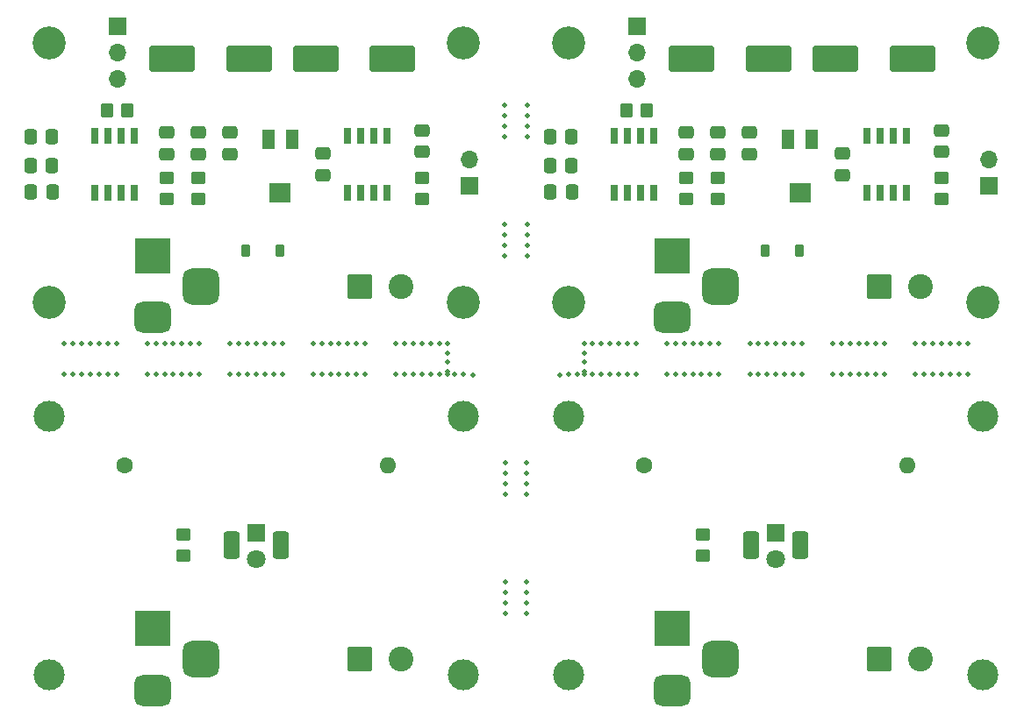
<source format=gbr>
%TF.GenerationSoftware,KiCad,Pcbnew,7.0.10*%
%TF.CreationDate,2024-03-03T12:06:43+01:00*%
%TF.ProjectId,explorer-panel,6578706c-6f72-4657-922d-70616e656c2e,rev?*%
%TF.SameCoordinates,Original*%
%TF.FileFunction,Soldermask,Top*%
%TF.FilePolarity,Negative*%
%FSLAX46Y46*%
G04 Gerber Fmt 4.6, Leading zero omitted, Abs format (unit mm)*
G04 Created by KiCad (PCBNEW 7.0.10) date 2024-03-03 12:06:43*
%MOMM*%
%LPD*%
G01*
G04 APERTURE LIST*
G04 Aperture macros list*
%AMRoundRect*
0 Rectangle with rounded corners*
0 $1 Rounding radius*
0 $2 $3 $4 $5 $6 $7 $8 $9 X,Y pos of 4 corners*
0 Add a 4 corners polygon primitive as box body*
4,1,4,$2,$3,$4,$5,$6,$7,$8,$9,$2,$3,0*
0 Add four circle primitives for the rounded corners*
1,1,$1+$1,$2,$3*
1,1,$1+$1,$4,$5*
1,1,$1+$1,$6,$7*
1,1,$1+$1,$8,$9*
0 Add four rect primitives between the rounded corners*
20,1,$1+$1,$2,$3,$4,$5,0*
20,1,$1+$1,$4,$5,$6,$7,0*
20,1,$1+$1,$6,$7,$8,$9,0*
20,1,$1+$1,$8,$9,$2,$3,0*%
G04 Aperture macros list end*
%ADD10C,0.500000*%
%ADD11RoundRect,0.250000X0.450000X-0.350000X0.450000X0.350000X-0.450000X0.350000X-0.450000X-0.350000X0*%
%ADD12R,3.500000X3.500000*%
%ADD13RoundRect,0.750000X1.000000X-0.750000X1.000000X0.750000X-1.000000X0.750000X-1.000000X-0.750000X0*%
%ADD14RoundRect,0.875000X0.875000X-0.875000X0.875000X0.875000X-0.875000X0.875000X-0.875000X-0.875000X0*%
%ADD15C,3.200000*%
%ADD16RoundRect,0.225000X0.225000X0.375000X-0.225000X0.375000X-0.225000X-0.375000X0.225000X-0.375000X0*%
%ADD17RoundRect,0.250000X0.475000X-0.337500X0.475000X0.337500X-0.475000X0.337500X-0.475000X-0.337500X0*%
%ADD18RoundRect,0.250001X-0.949999X-0.949999X0.949999X-0.949999X0.949999X0.949999X-0.949999X0.949999X0*%
%ADD19C,2.400000*%
%ADD20R,1.800000X1.800000*%
%ADD21C,1.800000*%
%ADD22RoundRect,0.250000X-1.950000X-1.000000X1.950000X-1.000000X1.950000X1.000000X-1.950000X1.000000X0*%
%ADD23R,1.700000X1.700000*%
%ADD24O,1.700000X1.700000*%
%ADD25R,0.650000X1.525000*%
%ADD26C,3.000000*%
%ADD27RoundRect,0.249999X-0.512501X-1.075001X0.512501X-1.075001X0.512501X1.075001X-0.512501X1.075001X0*%
%ADD28RoundRect,0.250000X0.337500X0.475000X-0.337500X0.475000X-0.337500X-0.475000X0.337500X-0.475000X0*%
%ADD29RoundRect,0.250000X-0.450000X0.350000X-0.450000X-0.350000X0.450000X-0.350000X0.450000X0.350000X0*%
%ADD30RoundRect,0.250000X-0.350000X-0.450000X0.350000X-0.450000X0.350000X0.450000X-0.350000X0.450000X0*%
%ADD31C,1.600000*%
%ADD32O,1.600000X1.600000*%
%ADD33R,1.300000X1.900000*%
%ADD34R,2.000000X1.900000*%
G04 APERTURE END LIST*
D10*
%TO.C,KiKit_MB_9_2*%
X50128000Y-46542666D03*
%TD*%
%TO.C,KiKit_MB_4_6*%
X80525333Y-33000000D03*
%TD*%
%TO.C,KiKit_MB_4_2*%
X33730666Y-33000000D03*
%TD*%
D11*
%TO.C,R1*%
X65592000Y-19000000D03*
X65592000Y-17000000D03*
%TD*%
D10*
%TO.C,KiKit_MB_8_4*%
X55692000Y-35674143D03*
%TD*%
%TO.C,KiKit_MB_7_4*%
X50192000Y-21521334D03*
%TD*%
D12*
%TO.C,J2*%
X64192000Y-24500000D03*
D13*
X64192000Y-30500000D03*
D14*
X68892000Y-27500000D03*
%TD*%
D10*
%TO.C,KiKit_MB_9_7*%
X84692000Y-35936000D03*
%TD*%
%TO.C,KiKit_MB_3_4*%
X74192000Y-33000000D03*
%TD*%
D15*
%TO.C,H2*%
X94192000Y-4000000D03*
%TD*%
D10*
%TO.C,KiKit_MB_9_3*%
X81358666Y-35936000D03*
%TD*%
D15*
%TO.C,H2*%
X44064000Y-4000000D03*
%TD*%
D10*
%TO.C,KiKit_MB_1_1*%
X60692000Y-33000000D03*
%TD*%
%TO.C,KiKit_MB_8_5*%
X24897333Y-35936000D03*
%TD*%
D16*
%TO.C,D1*%
X26364000Y-24000000D03*
X23064000Y-24000000D03*
%TD*%
D17*
%TO.C,C2*%
X18464000Y-14675000D03*
X18464000Y-12600000D03*
%TD*%
D10*
%TO.C,KiKit_MB_1_6*%
X56525334Y-33000000D03*
%TD*%
%TO.C,KiKit_MB_10_5*%
X91025333Y-35936000D03*
%TD*%
%TO.C,KiKit_MB_5_2*%
X48128000Y-57053333D03*
%TD*%
%TO.C,KiKit_MB_10_5*%
X40897333Y-35936000D03*
%TD*%
D18*
%TO.C,_J1*%
X34064000Y-63500000D03*
D19*
X38024000Y-63500000D03*
%TD*%
D10*
%TO.C,KiKit_MB_2_3*%
X16897334Y-33000000D03*
%TD*%
%TO.C,KiKit_MB_3_3*%
X24897333Y-33000000D03*
%TD*%
D20*
%TO.C,_D2*%
X74192000Y-51250000D03*
D21*
X74192000Y-53790000D03*
%TD*%
D10*
%TO.C,KiKit_MB_6_7*%
X60692000Y-35936000D03*
%TD*%
%TO.C,KiKit_MB_6_5*%
X8897334Y-35936000D03*
%TD*%
%TO.C,KiKit_MB_6_1*%
X5564000Y-35936000D03*
%TD*%
D22*
%TO.C,C4*%
X15968000Y-5524000D03*
X23368000Y-5524000D03*
%TD*%
D10*
%TO.C,KiKit_MB_2_5*%
X65358667Y-33000000D03*
%TD*%
D23*
%TO.C,JPROG1*%
X10668000Y-2349000D03*
D24*
X10668000Y-4889000D03*
X10668000Y-7429000D03*
%TD*%
D11*
%TO.C,R1*%
X15464000Y-19000000D03*
X15464000Y-17000000D03*
%TD*%
D25*
%TO.C,IC1*%
X58582000Y-18400000D03*
X59852000Y-18400000D03*
X61122000Y-18400000D03*
X62392000Y-18400000D03*
X62392000Y-12976000D03*
X61122000Y-12976000D03*
X59852000Y-12976000D03*
X58582000Y-12976000D03*
%TD*%
D26*
%TO.C,_H2*%
X94192000Y-40000000D03*
%TD*%
D27*
%TO.C,_D1*%
X71854500Y-52500000D03*
X76529500Y-52500000D03*
%TD*%
D10*
%TO.C,KiKit_MB_10_2*%
X88525333Y-35936000D03*
%TD*%
%TO.C,KiKit_MB_9_4*%
X50128000Y-44542666D03*
%TD*%
D18*
%TO.C,J1*%
X34064000Y-27500000D03*
D19*
X38024000Y-27500000D03*
%TD*%
D22*
%TO.C,C6*%
X29828000Y-5524000D03*
X37228000Y-5524000D03*
%TD*%
D28*
%TO.C,C8*%
X54487000Y-15788000D03*
X52412000Y-15788000D03*
%TD*%
D10*
%TO.C,KiKit_MB_1_2*%
X9730667Y-33000000D03*
%TD*%
%TO.C,KiKit_MB_2_4*%
X16064000Y-33000000D03*
%TD*%
%TO.C,KiKit_MB_4_3*%
X83025333Y-33000000D03*
%TD*%
D28*
%TO.C,C9*%
X54524500Y-18388000D03*
X52449500Y-18388000D03*
%TD*%
D17*
%TO.C,C1*%
X65592000Y-14675000D03*
X65592000Y-12600000D03*
%TD*%
D10*
%TO.C,KiKit_MB_1_4*%
X58192000Y-33000000D03*
%TD*%
%TO.C,KiKit_MB_7_6*%
X67858667Y-35936000D03*
%TD*%
%TO.C,KiKit_MB_1_1*%
X10564000Y-33000000D03*
%TD*%
%TO.C,KiKit_MB_6_4*%
X58192000Y-35936000D03*
%TD*%
%TO.C,KiKit_MB_7_1*%
X63692000Y-35936000D03*
%TD*%
%TO.C,KiKit_MB_2_7*%
X63692000Y-33000000D03*
%TD*%
D26*
%TO.C,_H2*%
X44064000Y-40000000D03*
%TD*%
D10*
%TO.C,KiKit_MB_5_4*%
X40064000Y-33000000D03*
%TD*%
%TO.C,KiKit_MB_8_7*%
X26564000Y-35936000D03*
%TD*%
%TO.C,KiKit_MB_3_3*%
X75025333Y-33000000D03*
%TD*%
%TO.C,KiKit_MB_6_6*%
X59858667Y-35936000D03*
%TD*%
%TO.C,KiKit_MB_2_2*%
X17730667Y-33000000D03*
%TD*%
%TO.C,KiKit_MB_10_3*%
X39230666Y-35936000D03*
%TD*%
%TO.C,KiKit_MB_10_1*%
X87692000Y-35936000D03*
%TD*%
%TO.C,KiKit_MB_5_7*%
X87692000Y-33000000D03*
%TD*%
%TO.C,KiKit_MB_8_7*%
X55692000Y-33032000D03*
%TD*%
%TO.C,KiKit_MB_1_7*%
X5564000Y-33000000D03*
%TD*%
D15*
%TO.C,H4*%
X4064000Y-29000000D03*
%TD*%
D10*
%TO.C,KiKit_MB_10_3*%
X50128000Y-57053333D03*
%TD*%
%TO.C,KiKit_MB_8_3*%
X23230667Y-35936000D03*
%TD*%
D29*
%TO.C,_R2*%
X17064000Y-51500000D03*
X17064000Y-53500000D03*
%TD*%
D10*
%TO.C,KiKit_MB_9_5*%
X83025333Y-35936000D03*
%TD*%
%TO.C,KiKit_MB_9_5*%
X32897333Y-35936000D03*
%TD*%
%TO.C,KiKit_MB_2_1*%
X68692000Y-33000000D03*
%TD*%
%TO.C,KiKit_MB_8_6*%
X75858666Y-35936000D03*
%TD*%
%TO.C,KiKit_MB_1_2*%
X48064000Y-11010667D03*
%TD*%
%TO.C,KiKit_MB_9_4*%
X82192000Y-35936000D03*
%TD*%
%TO.C,KiKit_MB_8_5*%
X55692000Y-34793429D03*
%TD*%
%TO.C,KiKit_MB_2_2*%
X48064000Y-22521334D03*
%TD*%
%TO.C,KiKit_MB_5_3*%
X91025333Y-33000000D03*
%TD*%
%TO.C,KiKit_MB_3_6*%
X22397334Y-33000000D03*
%TD*%
D17*
%TO.C,C10*%
X90192000Y-14500000D03*
X90192000Y-12425000D03*
%TD*%
D10*
%TO.C,KiKit_MB_6_4*%
X8064000Y-35936000D03*
%TD*%
%TO.C,KiKit_MB_4_5*%
X81358666Y-33000000D03*
%TD*%
%TO.C,KiKit_MB_10_4*%
X50128000Y-56053333D03*
%TD*%
%TO.C,KiKit_MB_3_2*%
X25730666Y-33000000D03*
%TD*%
%TO.C,KiKit_MB_3_4*%
X24064000Y-33000000D03*
%TD*%
D17*
%TO.C,C1*%
X15464000Y-14675000D03*
X15464000Y-12600000D03*
%TD*%
D10*
%TO.C,KiKit_MB_2_1*%
X18564000Y-33000000D03*
%TD*%
%TO.C,KiKit_MB_10_4*%
X90192000Y-35936000D03*
%TD*%
%TO.C,KiKit_MB_2_2*%
X67858667Y-33000000D03*
%TD*%
%TO.C,KiKit_MB_3_7*%
X71692000Y-33000000D03*
%TD*%
D26*
%TO.C,_H3*%
X54192000Y-65000000D03*
%TD*%
D23*
%TO.C,JSPK1*%
X94792000Y-17724000D03*
D24*
X94792000Y-15184000D03*
%TD*%
D10*
%TO.C,KiKit_MB_3_7*%
X44937279Y-36032000D03*
%TD*%
%TO.C,KiKit_MB_1_2*%
X59858667Y-33000000D03*
%TD*%
D30*
%TO.C,R4*%
X9652000Y-10477000D03*
X11652000Y-10477000D03*
%TD*%
D10*
%TO.C,KiKit_MB_6_1*%
X55692000Y-35936000D03*
%TD*%
%TO.C,KiKit_MB_3_7*%
X21564000Y-33000000D03*
%TD*%
%TO.C,KiKit_MB_4_4*%
X32064000Y-33000000D03*
%TD*%
D12*
%TO.C,_J2*%
X14064000Y-60500000D03*
D13*
X14064000Y-66500000D03*
D14*
X18764000Y-63500000D03*
%TD*%
D10*
%TO.C,KiKit_MB_7_6*%
X17730667Y-35936000D03*
%TD*%
%TO.C,KiKit_MB_6_7*%
X10564000Y-35936000D03*
%TD*%
D17*
%TO.C,C3*%
X30464000Y-16725000D03*
X30464000Y-14650000D03*
%TD*%
D20*
%TO.C,_D2*%
X24064000Y-51250000D03*
D21*
X24064000Y-53790000D03*
%TD*%
D28*
%TO.C,C9*%
X4396500Y-18388000D03*
X2321500Y-18388000D03*
%TD*%
D10*
%TO.C,KiKit_MB_7_3*%
X65358667Y-35936000D03*
%TD*%
D28*
%TO.C,C7*%
X4359000Y-12988000D03*
X2284000Y-12988000D03*
%TD*%
D26*
%TO.C,_H1*%
X4064000Y-40000000D03*
%TD*%
D11*
%TO.C,R2*%
X18464000Y-19000000D03*
X18464000Y-17000000D03*
%TD*%
D10*
%TO.C,KiKit_MB_1_6*%
X6397334Y-33000000D03*
%TD*%
D16*
%TO.C,D1*%
X76492000Y-24000000D03*
X73192000Y-24000000D03*
%TD*%
D17*
%TO.C,C2*%
X68592000Y-14675000D03*
X68592000Y-12600000D03*
%TD*%
D10*
%TO.C,KiKit_MB_5_4*%
X90192000Y-33000000D03*
%TD*%
%TO.C,KiKit_MB_8_7*%
X76692000Y-35936000D03*
%TD*%
%TO.C,KiKit_MB_1_3*%
X48064000Y-12010667D03*
%TD*%
D17*
%TO.C,C3*%
X80592000Y-16725000D03*
X80592000Y-14650000D03*
%TD*%
D10*
%TO.C,KiKit_MB_3_2*%
X42564000Y-33912715D03*
%TD*%
D15*
%TO.C,H4*%
X54192000Y-29000000D03*
%TD*%
D10*
%TO.C,KiKit_MB_9_1*%
X79692000Y-35936000D03*
%TD*%
%TO.C,KiKit_MB_6_3*%
X57358667Y-35936000D03*
%TD*%
%TO.C,KiKit_MB_6_2*%
X6397334Y-35936000D03*
%TD*%
%TO.C,KiKit_MB_6_3*%
X7230667Y-35936000D03*
%TD*%
%TO.C,KiKit_MB_4_4*%
X48128000Y-47542666D03*
%TD*%
%TO.C,KiKit_MB_5_7*%
X37564000Y-33000000D03*
%TD*%
D17*
%TO.C,C10*%
X40064000Y-14500000D03*
X40064000Y-12425000D03*
%TD*%
D10*
%TO.C,KiKit_MB_1_7*%
X55692000Y-33000000D03*
%TD*%
D23*
%TO.C,JPROG1*%
X60796000Y-2349000D03*
D24*
X60796000Y-4889000D03*
X60796000Y-7429000D03*
%TD*%
D10*
%TO.C,KiKit_MB_4_3*%
X32897333Y-33000000D03*
%TD*%
D25*
%TO.C,IC1*%
X8454000Y-18400000D03*
X9724000Y-18400000D03*
X10994000Y-18400000D03*
X12264000Y-18400000D03*
X12264000Y-12976000D03*
X10994000Y-12976000D03*
X9724000Y-12976000D03*
X8454000Y-12976000D03*
%TD*%
D31*
%TO.C,_R1*%
X61492000Y-44750000D03*
D32*
X86892000Y-44750000D03*
%TD*%
D10*
%TO.C,KiKit_MB_8_1*%
X21564000Y-35936000D03*
%TD*%
%TO.C,KiKit_MB_1_4*%
X48064000Y-13010667D03*
%TD*%
D25*
%TO.C,IC2*%
X32888000Y-18400000D03*
X34158000Y-18400000D03*
X35428000Y-18400000D03*
X36698000Y-18400000D03*
X36698000Y-12976000D03*
X35428000Y-12976000D03*
X34158000Y-12976000D03*
X32888000Y-12976000D03*
%TD*%
D10*
%TO.C,KiKit_MB_10_2*%
X38397333Y-35936000D03*
%TD*%
%TO.C,KiKit_MB_5_6*%
X38397333Y-33000000D03*
%TD*%
%TO.C,KiKit_MB_3_2*%
X75858666Y-33000000D03*
%TD*%
%TO.C,KiKit_MB_8_3*%
X55073141Y-35936000D03*
%TD*%
%TO.C,KiKit_MB_9_7*%
X34564000Y-35936000D03*
%TD*%
%TO.C,KiKit_MB_8_3*%
X73358667Y-35936000D03*
%TD*%
D12*
%TO.C,_J2*%
X64192000Y-60500000D03*
D13*
X64192000Y-66500000D03*
D14*
X68892000Y-63500000D03*
%TD*%
D10*
%TO.C,KiKit_MB_7_2*%
X50192000Y-23521334D03*
%TD*%
%TO.C,KiKit_MB_1_5*%
X57358667Y-33000000D03*
%TD*%
D22*
%TO.C,C4*%
X66096000Y-5524000D03*
X73496000Y-5524000D03*
%TD*%
D10*
%TO.C,KiKit_MB_2_4*%
X66192000Y-33000000D03*
%TD*%
%TO.C,KiKit_MB_7_3*%
X50192000Y-22521334D03*
%TD*%
D26*
%TO.C,_H1*%
X54192000Y-40000000D03*
%TD*%
D15*
%TO.C,H1*%
X54192000Y-4000000D03*
%TD*%
D10*
%TO.C,KiKit_MB_2_7*%
X13564000Y-33000000D03*
%TD*%
%TO.C,KiKit_MB_7_2*%
X64525334Y-35936000D03*
%TD*%
%TO.C,KiKit_MB_1_3*%
X8897334Y-33000000D03*
%TD*%
%TO.C,KiKit_MB_5_3*%
X48128000Y-58053333D03*
%TD*%
%TO.C,KiKit_MB_10_6*%
X41730666Y-35936000D03*
%TD*%
%TO.C,KiKit_MB_7_1*%
X50192000Y-24521334D03*
%TD*%
%TO.C,KiKit_MB_5_3*%
X40897333Y-33000000D03*
%TD*%
%TO.C,KiKit_MB_1_5*%
X7230667Y-33000000D03*
%TD*%
D27*
%TO.C,_D1*%
X21726500Y-52500000D03*
X26401500Y-52500000D03*
%TD*%
D10*
%TO.C,KiKit_MB_1_3*%
X59025334Y-33000000D03*
%TD*%
%TO.C,KiKit_MB_5_5*%
X89358666Y-33000000D03*
%TD*%
D30*
%TO.C,R4*%
X59780000Y-10477000D03*
X61780000Y-10477000D03*
%TD*%
D10*
%TO.C,KiKit_MB_10_2*%
X50128000Y-58053333D03*
%TD*%
%TO.C,KiKit_MB_7_1*%
X13564000Y-35936000D03*
%TD*%
%TO.C,KiKit_MB_3_3*%
X42564000Y-34793428D03*
%TD*%
%TO.C,KiKit_MB_4_2*%
X48128000Y-45542666D03*
%TD*%
%TO.C,KiKit_MB_10_7*%
X42564000Y-35936000D03*
%TD*%
%TO.C,KiKit_MB_2_1*%
X48064000Y-21521334D03*
%TD*%
%TO.C,KiKit_MB_7_7*%
X18564000Y-35936000D03*
%TD*%
%TO.C,KiKit_MB_8_6*%
X25730666Y-35936000D03*
%TD*%
%TO.C,KiKit_MB_3_5*%
X23230667Y-33000000D03*
%TD*%
%TO.C,KiKit_MB_2_5*%
X15230667Y-33000000D03*
%TD*%
%TO.C,KiKit_MB_7_5*%
X67025334Y-35936000D03*
%TD*%
%TO.C,KiKit_MB_8_4*%
X74192000Y-35936000D03*
%TD*%
D26*
%TO.C,_H4*%
X44064000Y-65000000D03*
%TD*%
D18*
%TO.C,J1*%
X84192000Y-27500000D03*
D19*
X88152000Y-27500000D03*
%TD*%
D10*
%TO.C,KiKit_MB_2_4*%
X48064000Y-24521334D03*
%TD*%
%TO.C,KiKit_MB_9_6*%
X33730666Y-35936000D03*
%TD*%
%TO.C,KiKit_MB_2_6*%
X14397334Y-33000000D03*
%TD*%
%TO.C,KiKit_MB_8_1*%
X53318719Y-36032000D03*
%TD*%
D15*
%TO.C,H1*%
X4064000Y-4000000D03*
%TD*%
D10*
%TO.C,KiKit_MB_5_2*%
X41730666Y-33000000D03*
%TD*%
%TO.C,KiKit_MB_7_2*%
X14397334Y-35936000D03*
%TD*%
%TO.C,KiKit_MB_7_3*%
X15230667Y-35936000D03*
%TD*%
%TO.C,KiKit_MB_4_4*%
X82192000Y-33000000D03*
%TD*%
%TO.C,KiKit_MB_6_5*%
X59025334Y-35936000D03*
%TD*%
%TO.C,KiKit_MB_9_4*%
X32064000Y-35936000D03*
%TD*%
%TO.C,KiKit_MB_10_3*%
X89358666Y-35936000D03*
%TD*%
%TO.C,KiKit_MB_4_1*%
X84692000Y-33000000D03*
%TD*%
%TO.C,KiKit_MB_4_6*%
X30397333Y-33000000D03*
%TD*%
%TO.C,KiKit_MB_8_4*%
X24064000Y-35936000D03*
%TD*%
%TO.C,KiKit_MB_7_4*%
X66192000Y-35936000D03*
%TD*%
%TO.C,KiKit_MB_6_3*%
X50192000Y-11010667D03*
%TD*%
D31*
%TO.C,_R1*%
X11364000Y-44750000D03*
D32*
X36764000Y-44750000D03*
%TD*%
D10*
%TO.C,KiKit_MB_4_7*%
X29564000Y-33000000D03*
%TD*%
%TO.C,KiKit_MB_5_1*%
X42564000Y-33000000D03*
%TD*%
D15*
%TO.C,H3*%
X94192000Y-29000000D03*
%TD*%
D10*
%TO.C,KiKit_MB_5_6*%
X88525333Y-33000000D03*
%TD*%
%TO.C,KiKit_MB_9_3*%
X50128000Y-45542666D03*
%TD*%
%TO.C,KiKit_MB_10_4*%
X40064000Y-35936000D03*
%TD*%
%TO.C,KiKit_MB_6_4*%
X50192000Y-10010667D03*
%TD*%
%TO.C,KiKit_MB_4_3*%
X48128000Y-46542666D03*
%TD*%
D17*
%TO.C,C5*%
X21539000Y-14675000D03*
X21539000Y-12600000D03*
%TD*%
D10*
%TO.C,KiKit_MB_9_3*%
X31230666Y-35936000D03*
%TD*%
%TO.C,KiKit_MB_3_1*%
X42564000Y-33032000D03*
%TD*%
D15*
%TO.C,H3*%
X44064000Y-29000000D03*
%TD*%
D22*
%TO.C,C6*%
X79956000Y-5524000D03*
X87356000Y-5524000D03*
%TD*%
D18*
%TO.C,_J1*%
X84192000Y-63500000D03*
D19*
X88152000Y-63500000D03*
%TD*%
D29*
%TO.C,R3*%
X90192000Y-17000000D03*
X90192000Y-19000000D03*
%TD*%
D10*
%TO.C,KiKit_MB_9_1*%
X29564000Y-35936000D03*
%TD*%
%TO.C,KiKit_MB_6_2*%
X56525334Y-35936000D03*
%TD*%
%TO.C,KiKit_MB_8_5*%
X75025333Y-35936000D03*
%TD*%
%TO.C,KiKit_MB_3_1*%
X26564000Y-33000000D03*
%TD*%
%TO.C,KiKit_MB_8_2*%
X54192427Y-35936000D03*
%TD*%
%TO.C,KiKit_MB_4_1*%
X34564000Y-33000000D03*
%TD*%
%TO.C,KiKit_MB_9_2*%
X30397333Y-35936000D03*
%TD*%
%TO.C,KiKit_MB_10_7*%
X92692000Y-35936000D03*
%TD*%
%TO.C,KiKit_MB_2_6*%
X64525334Y-33000000D03*
%TD*%
D28*
%TO.C,C8*%
X4359000Y-15788000D03*
X2284000Y-15788000D03*
%TD*%
D10*
%TO.C,KiKit_MB_7_5*%
X16897334Y-35936000D03*
%TD*%
%TO.C,KiKit_MB_3_6*%
X72525334Y-33000000D03*
%TD*%
%TO.C,KiKit_MB_4_5*%
X31230666Y-33000000D03*
%TD*%
D33*
%TO.C,RV1*%
X77671000Y-13300000D03*
D34*
X76521000Y-18400000D03*
D33*
X75371000Y-13300000D03*
%TD*%
D10*
%TO.C,KiKit_MB_5_2*%
X91858666Y-33000000D03*
%TD*%
%TO.C,KiKit_MB_8_1*%
X71692000Y-35936000D03*
%TD*%
%TO.C,KiKit_MB_6_6*%
X9730667Y-35936000D03*
%TD*%
%TO.C,KiKit_MB_6_2*%
X50192000Y-12010667D03*
%TD*%
D11*
%TO.C,R2*%
X68592000Y-19000000D03*
X68592000Y-17000000D03*
%TD*%
D10*
%TO.C,KiKit_MB_3_1*%
X76692000Y-33000000D03*
%TD*%
D25*
%TO.C,IC2*%
X83016000Y-18400000D03*
X84286000Y-18400000D03*
X85556000Y-18400000D03*
X86826000Y-18400000D03*
X86826000Y-12976000D03*
X85556000Y-12976000D03*
X84286000Y-12976000D03*
X83016000Y-12976000D03*
%TD*%
D10*
%TO.C,KiKit_MB_5_4*%
X48128000Y-59053333D03*
%TD*%
D26*
%TO.C,_H3*%
X4064000Y-65000000D03*
%TD*%
D10*
%TO.C,KiKit_MB_10_1*%
X50128000Y-59053333D03*
%TD*%
D17*
%TO.C,C5*%
X71667000Y-14675000D03*
X71667000Y-12600000D03*
%TD*%
D10*
%TO.C,KiKit_MB_3_5*%
X73358667Y-33000000D03*
%TD*%
%TO.C,KiKit_MB_2_3*%
X67025334Y-33000000D03*
%TD*%
%TO.C,KiKit_MB_5_1*%
X48128000Y-56053333D03*
%TD*%
%TO.C,KiKit_MB_6_1*%
X50192000Y-13010667D03*
%TD*%
D28*
%TO.C,C7*%
X54487000Y-12988000D03*
X52412000Y-12988000D03*
%TD*%
D29*
%TO.C,_R2*%
X67192000Y-51500000D03*
X67192000Y-53500000D03*
%TD*%
D23*
%TO.C,JSPK1*%
X44664000Y-17724000D03*
D24*
X44664000Y-15184000D03*
%TD*%
D10*
%TO.C,KiKit_MB_8_2*%
X22397334Y-35936000D03*
%TD*%
%TO.C,KiKit_MB_3_4*%
X42564000Y-35674143D03*
%TD*%
%TO.C,KiKit_MB_8_6*%
X55692000Y-33912715D03*
%TD*%
%TO.C,KiKit_MB_3_6*%
X44063572Y-35936000D03*
%TD*%
D33*
%TO.C,RV1*%
X27543000Y-13300000D03*
D34*
X26393000Y-18400000D03*
D33*
X25243000Y-13300000D03*
%TD*%
D10*
%TO.C,KiKit_MB_8_2*%
X72525334Y-35936000D03*
%TD*%
D12*
%TO.C,J2*%
X14064000Y-24500000D03*
D13*
X14064000Y-30500000D03*
D14*
X18764000Y-27500000D03*
%TD*%
D10*
%TO.C,KiKit_MB_10_1*%
X37564000Y-35936000D03*
%TD*%
%TO.C,KiKit_MB_3_5*%
X43182857Y-35936000D03*
%TD*%
%TO.C,KiKit_MB_4_1*%
X48128000Y-44542666D03*
%TD*%
%TO.C,KiKit_MB_5_5*%
X39230666Y-33000000D03*
%TD*%
%TO.C,KiKit_MB_4_2*%
X83858666Y-33000000D03*
%TD*%
D29*
%TO.C,R3*%
X40064000Y-17000000D03*
X40064000Y-19000000D03*
%TD*%
D10*
%TO.C,KiKit_MB_2_3*%
X48064000Y-23521334D03*
%TD*%
%TO.C,KiKit_MB_7_7*%
X68692000Y-35936000D03*
%TD*%
%TO.C,KiKit_MB_9_6*%
X83858666Y-35936000D03*
%TD*%
%TO.C,KiKit_MB_1_1*%
X48064000Y-10010667D03*
%TD*%
%TO.C,KiKit_MB_4_7*%
X79692000Y-33000000D03*
%TD*%
%TO.C,KiKit_MB_5_1*%
X92692000Y-33000000D03*
%TD*%
%TO.C,KiKit_MB_10_6*%
X91858666Y-35936000D03*
%TD*%
D26*
%TO.C,_H4*%
X94192000Y-65000000D03*
%TD*%
D10*
%TO.C,KiKit_MB_9_1*%
X50128000Y-47542666D03*
%TD*%
%TO.C,KiKit_MB_7_4*%
X16064000Y-35936000D03*
%TD*%
%TO.C,KiKit_MB_9_2*%
X80525333Y-35936000D03*
%TD*%
%TO.C,KiKit_MB_1_4*%
X8064000Y-33000000D03*
%TD*%
M02*

</source>
